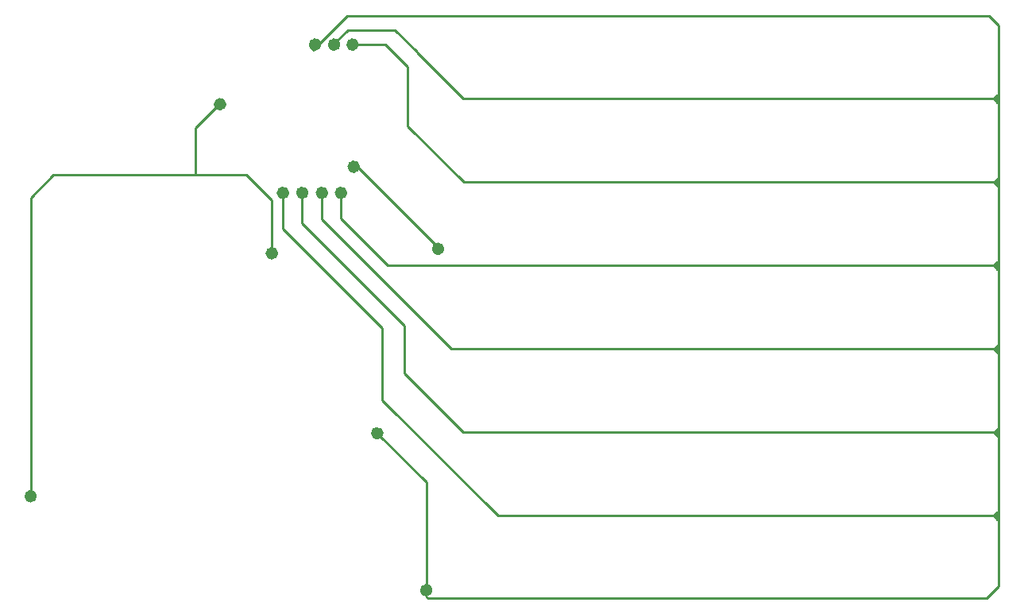
<source format=gbr>
%TF.GenerationSoftware,KiCad,Pcbnew,(6.0.7)*%
%TF.CreationDate,2022-11-17T10:47:32-05:00*%
%TF.ProjectId,double_layer_prototype,646f7562-6c65-45f6-9c61-7965725f7072,rev?*%
%TF.SameCoordinates,Original*%
%TF.FileFunction,Copper,L2,Bot*%
%TF.FilePolarity,Positive*%
%FSLAX46Y46*%
G04 Gerber Fmt 4.6, Leading zero omitted, Abs format (unit mm)*
G04 Created by KiCad (PCBNEW (6.0.7)) date 2022-11-17 10:47:32*
%MOMM*%
%LPD*%
G01*
G04 APERTURE LIST*
%TA.AperFunction,NonConductor*%
%ADD10C,0.667961*%
%TD*%
%TA.AperFunction,ViaPad*%
%ADD11C,0.710000*%
%TD*%
%TA.AperFunction,Conductor*%
%ADD12C,0.250000*%
%TD*%
G04 APERTURE END LIST*
D10*
X92145819Y-114782600D02*
G75*
G03*
X92145819Y-114782600I-333980J0D01*
G01*
X83154219Y-106019600D02*
G75*
G03*
X83154219Y-106019600I-333980J0D01*
G01*
X85658970Y-134431419D02*
G75*
G03*
X85658970Y-134431419I-333980J0D01*
G01*
X77667819Y-108804439D02*
G75*
G03*
X77667819Y-108804439I-333980J0D01*
G01*
X90884980Y-151171639D02*
G75*
G03*
X90884980Y-151171639I-333980J0D01*
G01*
X75610419Y-108804439D02*
G75*
G03*
X75610419Y-108804439I-333980J0D01*
G01*
X79032341Y-93005639D02*
G75*
G03*
X79032341Y-93005639I-333980J0D01*
G01*
X48720980Y-141147800D02*
G75*
G03*
X48720980Y-141147800I-333980J0D01*
G01*
X79759780Y-108804439D02*
G75*
G03*
X79759780Y-108804439I-333980J0D01*
G01*
X81062258Y-93014800D02*
G75*
G03*
X81062258Y-93014800I-333980J0D01*
G01*
X68904819Y-99364800D02*
G75*
G03*
X68904819Y-99364800I-333980J0D01*
G01*
X83036380Y-93005639D02*
G75*
G03*
X83036380Y-93005639I-333980J0D01*
G01*
X74423009Y-115245258D02*
G75*
G03*
X74423009Y-115245258I-333980J0D01*
G01*
X81791780Y-108804439D02*
G75*
G03*
X81791780Y-108804439I-333980J0D01*
G01*
D11*
%TO.N,*%
X91811839Y-114782600D03*
X82820239Y-106019600D03*
X81457800Y-108804439D03*
X78689200Y-93005639D03*
X77343000Y-108762800D03*
X48389771Y-141158581D03*
X80728278Y-93014800D03*
X90551000Y-151171639D03*
X75276439Y-108804439D03*
X74091800Y-115256039D03*
X82702400Y-93005639D03*
X68570839Y-99364800D03*
X79416639Y-108804439D03*
X85327761Y-134442200D03*
%TD*%
D12*
%TO.N,Net-(A1-Pad17)*%
X83312000Y-106146600D02*
X82753200Y-106146600D01*
X91821000Y-114655600D02*
X83312000Y-106146600D01*
%TO.N,GND*%
X65963800Y-101879400D02*
X68580000Y-99263200D01*
X65963800Y-106908600D02*
X65963800Y-101879400D01*
X65963800Y-106908600D02*
X71374000Y-106908600D01*
X50800000Y-106908600D02*
X65963800Y-106908600D01*
%TO.N,unconnected-(U2-Pad2)*%
X82711561Y-93361239D02*
X82711561Y-93056439D01*
%TO.N,GND*%
X71374000Y-106908600D02*
X74091800Y-109626400D01*
X74091800Y-109626400D02*
X74091800Y-115189000D01*
X48387000Y-141071600D02*
X48387000Y-109321600D01*
X48387000Y-109321600D02*
X50800000Y-106908600D01*
%TO.N,Net-(A1-Pad17)*%
X90551000Y-139649200D02*
X85344000Y-134442200D01*
X90551000Y-150571200D02*
X90551000Y-139649200D01*
%TO.N,unconnected-(U2-Pad2)*%
X151554600Y-150705400D02*
X151554600Y-90975600D01*
X88544400Y-101676200D02*
X88544400Y-95402400D01*
X151409400Y-98907600D02*
X151282400Y-98780600D01*
X90620000Y-151951396D02*
X90635796Y-151951396D01*
X151409400Y-116941600D02*
X151028400Y-116560600D01*
X82169000Y-91440000D02*
X80670400Y-92938600D01*
X94538800Y-107670600D02*
X88544400Y-101676200D01*
X77266800Y-112014000D02*
X77266800Y-108966000D01*
X80670400Y-92938600D02*
X80670400Y-93014800D01*
X94475300Y-134327900D02*
X88214200Y-128066800D01*
X151028400Y-98780600D02*
X151409400Y-98399600D01*
X75285600Y-112598200D02*
X75285600Y-108940600D01*
X89535000Y-93827600D02*
X89535000Y-93776800D01*
X85877400Y-123190000D02*
X75285600Y-112598200D01*
X151409400Y-116687600D02*
X151282400Y-116560600D01*
X151079200Y-125450600D02*
X151460200Y-125069600D01*
X93218000Y-125450600D02*
X79400400Y-111633000D01*
X151104600Y-98780600D02*
X94488000Y-98780600D01*
X151460200Y-125196600D02*
X151460200Y-125704600D01*
X150977600Y-134340600D02*
X94488000Y-134340600D01*
X151027702Y-134341298D02*
X151079200Y-134289800D01*
X90620000Y-151841200D02*
X90620000Y-151951396D01*
X98221800Y-143230600D02*
X85877400Y-130886200D01*
X151384000Y-143611600D02*
X151003000Y-143230600D01*
X88544400Y-95402400D02*
X86156800Y-93014800D01*
X151460200Y-125577600D02*
X151333200Y-125450600D01*
X150241000Y-152019000D02*
X151554600Y-150705400D01*
X90635796Y-151951396D02*
X90703400Y-152019000D01*
X151434800Y-108051600D02*
X151053800Y-107670600D01*
X86156800Y-93014800D02*
X82550000Y-93014800D01*
X150977600Y-116560600D02*
X86461600Y-116560600D01*
X151409400Y-98526600D02*
X151409400Y-99034600D01*
X82132815Y-89916000D02*
X78499245Y-93549570D01*
X87198200Y-91440000D02*
X82169000Y-91440000D01*
X151434800Y-134442200D02*
X151307800Y-134315200D01*
X151434800Y-107416600D02*
X151434800Y-107924600D01*
X88214200Y-122961400D02*
X77266800Y-112014000D01*
X151460200Y-125831600D02*
X151079200Y-125450600D01*
X89535000Y-93776800D02*
X87198200Y-91440000D01*
X151434800Y-134696200D02*
X151053800Y-134315200D01*
X151028400Y-116560600D02*
X151409400Y-116179600D01*
X151003000Y-143230600D02*
X151384000Y-142849600D01*
X151053800Y-107670600D02*
X151434800Y-107289600D01*
X86461600Y-116560600D02*
X81432400Y-111531400D01*
X151384000Y-142976600D02*
X151384000Y-143484600D01*
X151434800Y-134061200D02*
X151434800Y-134569200D01*
X150495000Y-89916000D02*
X82132815Y-89916000D01*
X94488000Y-98780600D02*
X89535000Y-93827600D01*
X90703400Y-152019000D02*
X150241000Y-152019000D01*
X151434800Y-107797600D02*
X151307800Y-107670600D01*
X151053800Y-134315200D02*
X151434800Y-133934200D01*
X151053800Y-125450600D02*
X93218000Y-125450600D01*
X81432400Y-111531400D02*
X81432400Y-108966000D01*
X79400400Y-111633000D02*
X79400400Y-108991400D01*
X151028400Y-107670600D02*
X94538800Y-107670600D01*
X88214200Y-128066800D02*
X88214200Y-122961400D01*
X151554600Y-90975600D02*
X150495000Y-89916000D01*
X151409400Y-116306600D02*
X151409400Y-116814600D01*
X85877400Y-130886200D02*
X85877400Y-123190000D01*
X151046600Y-143237800D02*
X151053800Y-143230600D01*
X150926800Y-143230600D02*
X98221800Y-143230600D01*
X151384000Y-143357600D02*
X151257000Y-143230600D01*
X151409400Y-99161600D02*
X151028400Y-98780600D01*
%TD*%
M02*

</source>
